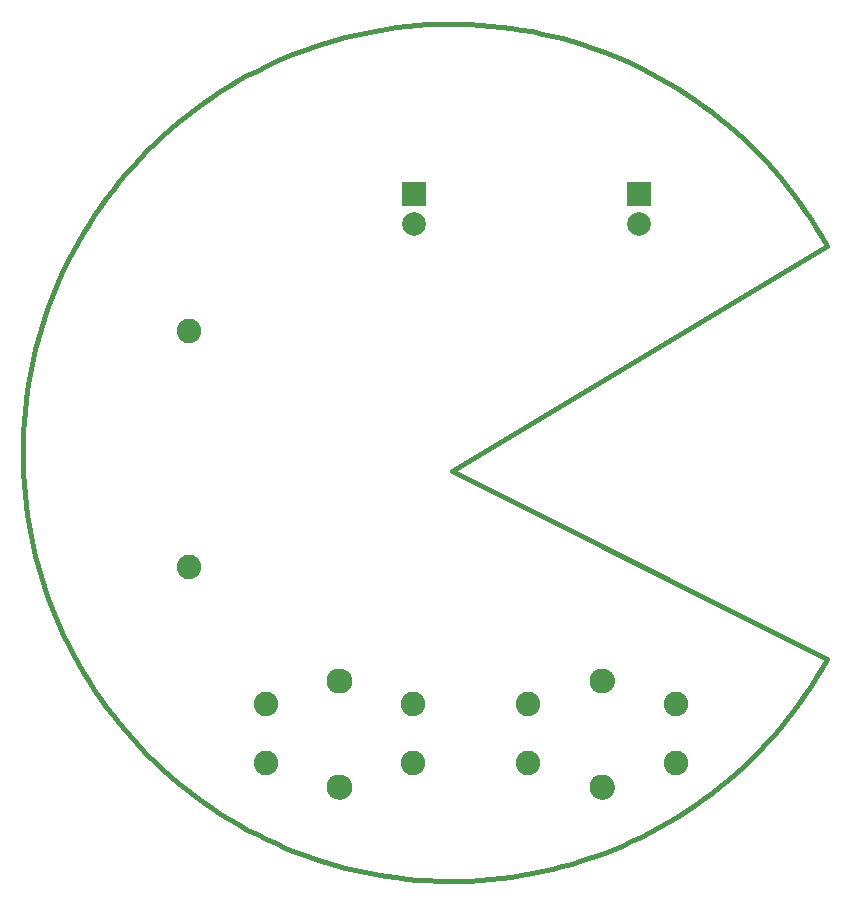
<source format=gbs>
G75*
%MOIN*%
%OFA0B0*%
%FSLAX25Y25*%
%IPPOS*%
%LPD*%
%AMOC8*
5,1,8,0,0,1.08239X$1,22.5*
%
%ADD10C,0.01600*%
%ADD11C,0.08177*%
%ADD12R,0.07900X0.07900*%
%ADD13C,0.07900*%
%ADD14C,0.00000*%
%ADD15C,0.08374*%
D10*
X0145442Y0138419D02*
X0270442Y0075919D01*
X0270442Y0213419D02*
X0145442Y0138419D01*
X0270442Y0075919D02*
X0268724Y0072879D01*
X0266933Y0069882D01*
X0265069Y0066929D01*
X0263133Y0064023D01*
X0261127Y0061165D01*
X0259052Y0058357D01*
X0256909Y0055601D01*
X0254699Y0052898D01*
X0252423Y0050249D01*
X0250084Y0047657D01*
X0247682Y0045123D01*
X0245219Y0042648D01*
X0242696Y0040234D01*
X0240114Y0037883D01*
X0237476Y0035596D01*
X0234783Y0033373D01*
X0232037Y0031217D01*
X0229238Y0029129D01*
X0226389Y0027110D01*
X0223492Y0025161D01*
X0220548Y0023283D01*
X0217559Y0021478D01*
X0214527Y0019747D01*
X0211454Y0018090D01*
X0208341Y0016509D01*
X0205190Y0015004D01*
X0202003Y0013577D01*
X0198783Y0012228D01*
X0195530Y0010958D01*
X0192247Y0009768D01*
X0188937Y0008659D01*
X0185600Y0007630D01*
X0182239Y0006684D01*
X0178856Y0005820D01*
X0175452Y0005039D01*
X0172031Y0004342D01*
X0168594Y0003728D01*
X0165142Y0003198D01*
X0161679Y0002753D01*
X0158206Y0002393D01*
X0154725Y0002118D01*
X0151239Y0001928D01*
X0147749Y0001823D01*
X0144257Y0001803D01*
X0140766Y0001869D01*
X0137278Y0002020D01*
X0133794Y0002256D01*
X0130317Y0002578D01*
X0126849Y0002984D01*
X0123392Y0003475D01*
X0119948Y0004050D01*
X0116519Y0004709D01*
X0113108Y0005452D01*
X0109715Y0006277D01*
X0106344Y0007186D01*
X0102995Y0008177D01*
X0099672Y0009249D01*
X0096377Y0010402D01*
X0093110Y0011635D01*
X0089874Y0012948D01*
X0086672Y0014339D01*
X0083504Y0015809D01*
X0080374Y0017355D01*
X0077282Y0018977D01*
X0074230Y0020675D01*
X0071222Y0022446D01*
X0068257Y0024291D01*
X0065338Y0026207D01*
X0062467Y0028194D01*
X0059645Y0030251D01*
X0056875Y0032376D01*
X0054157Y0034568D01*
X0051493Y0036826D01*
X0048886Y0039148D01*
X0046336Y0041533D01*
X0043845Y0043980D01*
X0041415Y0046487D01*
X0039046Y0049053D01*
X0036741Y0051675D01*
X0034501Y0054354D01*
X0032327Y0057086D01*
X0030220Y0059871D01*
X0028182Y0062706D01*
X0026214Y0065590D01*
X0024317Y0068522D01*
X0022493Y0071498D01*
X0020741Y0074519D01*
X0019064Y0077582D01*
X0017462Y0080684D01*
X0015937Y0083825D01*
X0014488Y0087002D01*
X0013118Y0090214D01*
X0011827Y0093458D01*
X0010615Y0096733D01*
X0009484Y0100036D01*
X0008434Y0103366D01*
X0007465Y0106721D01*
X0006579Y0110098D01*
X0005775Y0113496D01*
X0005055Y0116912D01*
X0004419Y0120346D01*
X0003866Y0123793D01*
X0003398Y0127254D01*
X0003015Y0130724D01*
X0002717Y0134203D01*
X0002504Y0137688D01*
X0002376Y0141178D01*
X0002333Y0144669D01*
X0002376Y0148160D01*
X0002504Y0151650D01*
X0002717Y0155135D01*
X0003015Y0158614D01*
X0003398Y0162084D01*
X0003866Y0165545D01*
X0004419Y0168992D01*
X0005055Y0172426D01*
X0005775Y0175842D01*
X0006579Y0179240D01*
X0007465Y0182617D01*
X0008434Y0185972D01*
X0009484Y0189302D01*
X0010615Y0192605D01*
X0011827Y0195880D01*
X0013118Y0199124D01*
X0014488Y0202336D01*
X0015937Y0205513D01*
X0017462Y0208654D01*
X0019064Y0211756D01*
X0020741Y0214819D01*
X0022493Y0217840D01*
X0024317Y0220816D01*
X0026214Y0223748D01*
X0028182Y0226632D01*
X0030220Y0229467D01*
X0032327Y0232252D01*
X0034501Y0234984D01*
X0036741Y0237663D01*
X0039046Y0240285D01*
X0041415Y0242851D01*
X0043845Y0245358D01*
X0046336Y0247805D01*
X0048886Y0250190D01*
X0051493Y0252512D01*
X0054157Y0254770D01*
X0056875Y0256962D01*
X0059645Y0259087D01*
X0062467Y0261144D01*
X0065338Y0263131D01*
X0068257Y0265047D01*
X0071222Y0266892D01*
X0074230Y0268663D01*
X0077282Y0270361D01*
X0080374Y0271983D01*
X0083504Y0273529D01*
X0086672Y0274999D01*
X0089874Y0276390D01*
X0093110Y0277703D01*
X0096377Y0278936D01*
X0099672Y0280089D01*
X0102995Y0281161D01*
X0106344Y0282152D01*
X0109715Y0283061D01*
X0113108Y0283886D01*
X0116519Y0284629D01*
X0119948Y0285288D01*
X0123392Y0285863D01*
X0126849Y0286354D01*
X0130317Y0286760D01*
X0133794Y0287082D01*
X0137278Y0287318D01*
X0140766Y0287469D01*
X0144257Y0287535D01*
X0147749Y0287515D01*
X0151239Y0287410D01*
X0154725Y0287220D01*
X0158206Y0286945D01*
X0161679Y0286585D01*
X0165142Y0286140D01*
X0168594Y0285610D01*
X0172031Y0284996D01*
X0175452Y0284299D01*
X0178856Y0283518D01*
X0182239Y0282654D01*
X0185600Y0281708D01*
X0188937Y0280679D01*
X0192247Y0279570D01*
X0195530Y0278380D01*
X0198783Y0277110D01*
X0202003Y0275761D01*
X0205190Y0274334D01*
X0208341Y0272829D01*
X0211454Y0271248D01*
X0214527Y0269591D01*
X0217559Y0267860D01*
X0220548Y0266055D01*
X0223492Y0264177D01*
X0226389Y0262228D01*
X0229238Y0260209D01*
X0232037Y0258121D01*
X0234783Y0255965D01*
X0237476Y0253742D01*
X0240114Y0251455D01*
X0242696Y0249104D01*
X0245219Y0246690D01*
X0247682Y0244215D01*
X0250084Y0241681D01*
X0252423Y0239089D01*
X0254699Y0236440D01*
X0256909Y0233737D01*
X0259052Y0230981D01*
X0261127Y0228173D01*
X0263133Y0225315D01*
X0265069Y0222409D01*
X0266933Y0219456D01*
X0268724Y0216459D01*
X0270442Y0213419D01*
D11*
X0083336Y0041077D03*
X0083336Y0060762D03*
X0057942Y0106333D03*
X0057942Y0185073D03*
X0132548Y0060762D03*
X0132548Y0041077D03*
X0170836Y0041077D03*
X0170836Y0060762D03*
X0220048Y0060762D03*
X0220048Y0041077D03*
D12*
X0207942Y0230919D03*
X0132942Y0230919D03*
D13*
X0132942Y0220919D03*
X0207942Y0220919D03*
D14*
X0191505Y0068636D02*
X0191507Y0068761D01*
X0191513Y0068886D01*
X0191523Y0069010D01*
X0191537Y0069134D01*
X0191554Y0069258D01*
X0191576Y0069381D01*
X0191602Y0069503D01*
X0191631Y0069625D01*
X0191664Y0069745D01*
X0191702Y0069864D01*
X0191742Y0069983D01*
X0191787Y0070099D01*
X0191835Y0070214D01*
X0191887Y0070328D01*
X0191943Y0070440D01*
X0192002Y0070550D01*
X0192064Y0070658D01*
X0192130Y0070765D01*
X0192199Y0070869D01*
X0192272Y0070970D01*
X0192347Y0071070D01*
X0192426Y0071167D01*
X0192508Y0071261D01*
X0192593Y0071353D01*
X0192680Y0071442D01*
X0192771Y0071528D01*
X0192864Y0071611D01*
X0192960Y0071692D01*
X0193058Y0071769D01*
X0193158Y0071843D01*
X0193261Y0071914D01*
X0193366Y0071981D01*
X0193474Y0072046D01*
X0193583Y0072106D01*
X0193694Y0072164D01*
X0193807Y0072217D01*
X0193921Y0072267D01*
X0194037Y0072314D01*
X0194154Y0072356D01*
X0194273Y0072395D01*
X0194393Y0072431D01*
X0194514Y0072462D01*
X0194636Y0072490D01*
X0194758Y0072513D01*
X0194882Y0072533D01*
X0195006Y0072549D01*
X0195130Y0072561D01*
X0195255Y0072569D01*
X0195380Y0072573D01*
X0195504Y0072573D01*
X0195629Y0072569D01*
X0195754Y0072561D01*
X0195878Y0072549D01*
X0196002Y0072533D01*
X0196126Y0072513D01*
X0196248Y0072490D01*
X0196370Y0072462D01*
X0196491Y0072431D01*
X0196611Y0072395D01*
X0196730Y0072356D01*
X0196847Y0072314D01*
X0196963Y0072267D01*
X0197077Y0072217D01*
X0197190Y0072164D01*
X0197301Y0072106D01*
X0197411Y0072046D01*
X0197518Y0071981D01*
X0197623Y0071914D01*
X0197726Y0071843D01*
X0197826Y0071769D01*
X0197924Y0071692D01*
X0198020Y0071611D01*
X0198113Y0071528D01*
X0198204Y0071442D01*
X0198291Y0071353D01*
X0198376Y0071261D01*
X0198458Y0071167D01*
X0198537Y0071070D01*
X0198612Y0070970D01*
X0198685Y0070869D01*
X0198754Y0070765D01*
X0198820Y0070658D01*
X0198882Y0070550D01*
X0198941Y0070440D01*
X0198997Y0070328D01*
X0199049Y0070214D01*
X0199097Y0070099D01*
X0199142Y0069983D01*
X0199182Y0069864D01*
X0199220Y0069745D01*
X0199253Y0069625D01*
X0199282Y0069503D01*
X0199308Y0069381D01*
X0199330Y0069258D01*
X0199347Y0069134D01*
X0199361Y0069010D01*
X0199371Y0068886D01*
X0199377Y0068761D01*
X0199379Y0068636D01*
X0199377Y0068511D01*
X0199371Y0068386D01*
X0199361Y0068262D01*
X0199347Y0068138D01*
X0199330Y0068014D01*
X0199308Y0067891D01*
X0199282Y0067769D01*
X0199253Y0067647D01*
X0199220Y0067527D01*
X0199182Y0067408D01*
X0199142Y0067289D01*
X0199097Y0067173D01*
X0199049Y0067058D01*
X0198997Y0066944D01*
X0198941Y0066832D01*
X0198882Y0066722D01*
X0198820Y0066614D01*
X0198754Y0066507D01*
X0198685Y0066403D01*
X0198612Y0066302D01*
X0198537Y0066202D01*
X0198458Y0066105D01*
X0198376Y0066011D01*
X0198291Y0065919D01*
X0198204Y0065830D01*
X0198113Y0065744D01*
X0198020Y0065661D01*
X0197924Y0065580D01*
X0197826Y0065503D01*
X0197726Y0065429D01*
X0197623Y0065358D01*
X0197518Y0065291D01*
X0197410Y0065226D01*
X0197301Y0065166D01*
X0197190Y0065108D01*
X0197077Y0065055D01*
X0196963Y0065005D01*
X0196847Y0064958D01*
X0196730Y0064916D01*
X0196611Y0064877D01*
X0196491Y0064841D01*
X0196370Y0064810D01*
X0196248Y0064782D01*
X0196126Y0064759D01*
X0196002Y0064739D01*
X0195878Y0064723D01*
X0195754Y0064711D01*
X0195629Y0064703D01*
X0195504Y0064699D01*
X0195380Y0064699D01*
X0195255Y0064703D01*
X0195130Y0064711D01*
X0195006Y0064723D01*
X0194882Y0064739D01*
X0194758Y0064759D01*
X0194636Y0064782D01*
X0194514Y0064810D01*
X0194393Y0064841D01*
X0194273Y0064877D01*
X0194154Y0064916D01*
X0194037Y0064958D01*
X0193921Y0065005D01*
X0193807Y0065055D01*
X0193694Y0065108D01*
X0193583Y0065166D01*
X0193473Y0065226D01*
X0193366Y0065291D01*
X0193261Y0065358D01*
X0193158Y0065429D01*
X0193058Y0065503D01*
X0192960Y0065580D01*
X0192864Y0065661D01*
X0192771Y0065744D01*
X0192680Y0065830D01*
X0192593Y0065919D01*
X0192508Y0066011D01*
X0192426Y0066105D01*
X0192347Y0066202D01*
X0192272Y0066302D01*
X0192199Y0066403D01*
X0192130Y0066507D01*
X0192064Y0066614D01*
X0192002Y0066722D01*
X0191943Y0066832D01*
X0191887Y0066944D01*
X0191835Y0067058D01*
X0191787Y0067173D01*
X0191742Y0067289D01*
X0191702Y0067408D01*
X0191664Y0067527D01*
X0191631Y0067647D01*
X0191602Y0067769D01*
X0191576Y0067891D01*
X0191554Y0068014D01*
X0191537Y0068138D01*
X0191523Y0068262D01*
X0191513Y0068386D01*
X0191507Y0068511D01*
X0191505Y0068636D01*
X0191505Y0033203D02*
X0191507Y0033328D01*
X0191513Y0033453D01*
X0191523Y0033577D01*
X0191537Y0033701D01*
X0191554Y0033825D01*
X0191576Y0033948D01*
X0191602Y0034070D01*
X0191631Y0034192D01*
X0191664Y0034312D01*
X0191702Y0034431D01*
X0191742Y0034550D01*
X0191787Y0034666D01*
X0191835Y0034781D01*
X0191887Y0034895D01*
X0191943Y0035007D01*
X0192002Y0035117D01*
X0192064Y0035225D01*
X0192130Y0035332D01*
X0192199Y0035436D01*
X0192272Y0035537D01*
X0192347Y0035637D01*
X0192426Y0035734D01*
X0192508Y0035828D01*
X0192593Y0035920D01*
X0192680Y0036009D01*
X0192771Y0036095D01*
X0192864Y0036178D01*
X0192960Y0036259D01*
X0193058Y0036336D01*
X0193158Y0036410D01*
X0193261Y0036481D01*
X0193366Y0036548D01*
X0193474Y0036613D01*
X0193583Y0036673D01*
X0193694Y0036731D01*
X0193807Y0036784D01*
X0193921Y0036834D01*
X0194037Y0036881D01*
X0194154Y0036923D01*
X0194273Y0036962D01*
X0194393Y0036998D01*
X0194514Y0037029D01*
X0194636Y0037057D01*
X0194758Y0037080D01*
X0194882Y0037100D01*
X0195006Y0037116D01*
X0195130Y0037128D01*
X0195255Y0037136D01*
X0195380Y0037140D01*
X0195504Y0037140D01*
X0195629Y0037136D01*
X0195754Y0037128D01*
X0195878Y0037116D01*
X0196002Y0037100D01*
X0196126Y0037080D01*
X0196248Y0037057D01*
X0196370Y0037029D01*
X0196491Y0036998D01*
X0196611Y0036962D01*
X0196730Y0036923D01*
X0196847Y0036881D01*
X0196963Y0036834D01*
X0197077Y0036784D01*
X0197190Y0036731D01*
X0197301Y0036673D01*
X0197411Y0036613D01*
X0197518Y0036548D01*
X0197623Y0036481D01*
X0197726Y0036410D01*
X0197826Y0036336D01*
X0197924Y0036259D01*
X0198020Y0036178D01*
X0198113Y0036095D01*
X0198204Y0036009D01*
X0198291Y0035920D01*
X0198376Y0035828D01*
X0198458Y0035734D01*
X0198537Y0035637D01*
X0198612Y0035537D01*
X0198685Y0035436D01*
X0198754Y0035332D01*
X0198820Y0035225D01*
X0198882Y0035117D01*
X0198941Y0035007D01*
X0198997Y0034895D01*
X0199049Y0034781D01*
X0199097Y0034666D01*
X0199142Y0034550D01*
X0199182Y0034431D01*
X0199220Y0034312D01*
X0199253Y0034192D01*
X0199282Y0034070D01*
X0199308Y0033948D01*
X0199330Y0033825D01*
X0199347Y0033701D01*
X0199361Y0033577D01*
X0199371Y0033453D01*
X0199377Y0033328D01*
X0199379Y0033203D01*
X0199377Y0033078D01*
X0199371Y0032953D01*
X0199361Y0032829D01*
X0199347Y0032705D01*
X0199330Y0032581D01*
X0199308Y0032458D01*
X0199282Y0032336D01*
X0199253Y0032214D01*
X0199220Y0032094D01*
X0199182Y0031975D01*
X0199142Y0031856D01*
X0199097Y0031740D01*
X0199049Y0031625D01*
X0198997Y0031511D01*
X0198941Y0031399D01*
X0198882Y0031289D01*
X0198820Y0031181D01*
X0198754Y0031074D01*
X0198685Y0030970D01*
X0198612Y0030869D01*
X0198537Y0030769D01*
X0198458Y0030672D01*
X0198376Y0030578D01*
X0198291Y0030486D01*
X0198204Y0030397D01*
X0198113Y0030311D01*
X0198020Y0030228D01*
X0197924Y0030147D01*
X0197826Y0030070D01*
X0197726Y0029996D01*
X0197623Y0029925D01*
X0197518Y0029858D01*
X0197410Y0029793D01*
X0197301Y0029733D01*
X0197190Y0029675D01*
X0197077Y0029622D01*
X0196963Y0029572D01*
X0196847Y0029525D01*
X0196730Y0029483D01*
X0196611Y0029444D01*
X0196491Y0029408D01*
X0196370Y0029377D01*
X0196248Y0029349D01*
X0196126Y0029326D01*
X0196002Y0029306D01*
X0195878Y0029290D01*
X0195754Y0029278D01*
X0195629Y0029270D01*
X0195504Y0029266D01*
X0195380Y0029266D01*
X0195255Y0029270D01*
X0195130Y0029278D01*
X0195006Y0029290D01*
X0194882Y0029306D01*
X0194758Y0029326D01*
X0194636Y0029349D01*
X0194514Y0029377D01*
X0194393Y0029408D01*
X0194273Y0029444D01*
X0194154Y0029483D01*
X0194037Y0029525D01*
X0193921Y0029572D01*
X0193807Y0029622D01*
X0193694Y0029675D01*
X0193583Y0029733D01*
X0193473Y0029793D01*
X0193366Y0029858D01*
X0193261Y0029925D01*
X0193158Y0029996D01*
X0193058Y0030070D01*
X0192960Y0030147D01*
X0192864Y0030228D01*
X0192771Y0030311D01*
X0192680Y0030397D01*
X0192593Y0030486D01*
X0192508Y0030578D01*
X0192426Y0030672D01*
X0192347Y0030769D01*
X0192272Y0030869D01*
X0192199Y0030970D01*
X0192130Y0031074D01*
X0192064Y0031181D01*
X0192002Y0031289D01*
X0191943Y0031399D01*
X0191887Y0031511D01*
X0191835Y0031625D01*
X0191787Y0031740D01*
X0191742Y0031856D01*
X0191702Y0031975D01*
X0191664Y0032094D01*
X0191631Y0032214D01*
X0191602Y0032336D01*
X0191576Y0032458D01*
X0191554Y0032581D01*
X0191537Y0032705D01*
X0191523Y0032829D01*
X0191513Y0032953D01*
X0191507Y0033078D01*
X0191505Y0033203D01*
X0104005Y0033203D02*
X0104007Y0033328D01*
X0104013Y0033453D01*
X0104023Y0033577D01*
X0104037Y0033701D01*
X0104054Y0033825D01*
X0104076Y0033948D01*
X0104102Y0034070D01*
X0104131Y0034192D01*
X0104164Y0034312D01*
X0104202Y0034431D01*
X0104242Y0034550D01*
X0104287Y0034666D01*
X0104335Y0034781D01*
X0104387Y0034895D01*
X0104443Y0035007D01*
X0104502Y0035117D01*
X0104564Y0035225D01*
X0104630Y0035332D01*
X0104699Y0035436D01*
X0104772Y0035537D01*
X0104847Y0035637D01*
X0104926Y0035734D01*
X0105008Y0035828D01*
X0105093Y0035920D01*
X0105180Y0036009D01*
X0105271Y0036095D01*
X0105364Y0036178D01*
X0105460Y0036259D01*
X0105558Y0036336D01*
X0105658Y0036410D01*
X0105761Y0036481D01*
X0105866Y0036548D01*
X0105974Y0036613D01*
X0106083Y0036673D01*
X0106194Y0036731D01*
X0106307Y0036784D01*
X0106421Y0036834D01*
X0106537Y0036881D01*
X0106654Y0036923D01*
X0106773Y0036962D01*
X0106893Y0036998D01*
X0107014Y0037029D01*
X0107136Y0037057D01*
X0107258Y0037080D01*
X0107382Y0037100D01*
X0107506Y0037116D01*
X0107630Y0037128D01*
X0107755Y0037136D01*
X0107880Y0037140D01*
X0108004Y0037140D01*
X0108129Y0037136D01*
X0108254Y0037128D01*
X0108378Y0037116D01*
X0108502Y0037100D01*
X0108626Y0037080D01*
X0108748Y0037057D01*
X0108870Y0037029D01*
X0108991Y0036998D01*
X0109111Y0036962D01*
X0109230Y0036923D01*
X0109347Y0036881D01*
X0109463Y0036834D01*
X0109577Y0036784D01*
X0109690Y0036731D01*
X0109801Y0036673D01*
X0109911Y0036613D01*
X0110018Y0036548D01*
X0110123Y0036481D01*
X0110226Y0036410D01*
X0110326Y0036336D01*
X0110424Y0036259D01*
X0110520Y0036178D01*
X0110613Y0036095D01*
X0110704Y0036009D01*
X0110791Y0035920D01*
X0110876Y0035828D01*
X0110958Y0035734D01*
X0111037Y0035637D01*
X0111112Y0035537D01*
X0111185Y0035436D01*
X0111254Y0035332D01*
X0111320Y0035225D01*
X0111382Y0035117D01*
X0111441Y0035007D01*
X0111497Y0034895D01*
X0111549Y0034781D01*
X0111597Y0034666D01*
X0111642Y0034550D01*
X0111682Y0034431D01*
X0111720Y0034312D01*
X0111753Y0034192D01*
X0111782Y0034070D01*
X0111808Y0033948D01*
X0111830Y0033825D01*
X0111847Y0033701D01*
X0111861Y0033577D01*
X0111871Y0033453D01*
X0111877Y0033328D01*
X0111879Y0033203D01*
X0111877Y0033078D01*
X0111871Y0032953D01*
X0111861Y0032829D01*
X0111847Y0032705D01*
X0111830Y0032581D01*
X0111808Y0032458D01*
X0111782Y0032336D01*
X0111753Y0032214D01*
X0111720Y0032094D01*
X0111682Y0031975D01*
X0111642Y0031856D01*
X0111597Y0031740D01*
X0111549Y0031625D01*
X0111497Y0031511D01*
X0111441Y0031399D01*
X0111382Y0031289D01*
X0111320Y0031181D01*
X0111254Y0031074D01*
X0111185Y0030970D01*
X0111112Y0030869D01*
X0111037Y0030769D01*
X0110958Y0030672D01*
X0110876Y0030578D01*
X0110791Y0030486D01*
X0110704Y0030397D01*
X0110613Y0030311D01*
X0110520Y0030228D01*
X0110424Y0030147D01*
X0110326Y0030070D01*
X0110226Y0029996D01*
X0110123Y0029925D01*
X0110018Y0029858D01*
X0109910Y0029793D01*
X0109801Y0029733D01*
X0109690Y0029675D01*
X0109577Y0029622D01*
X0109463Y0029572D01*
X0109347Y0029525D01*
X0109230Y0029483D01*
X0109111Y0029444D01*
X0108991Y0029408D01*
X0108870Y0029377D01*
X0108748Y0029349D01*
X0108626Y0029326D01*
X0108502Y0029306D01*
X0108378Y0029290D01*
X0108254Y0029278D01*
X0108129Y0029270D01*
X0108004Y0029266D01*
X0107880Y0029266D01*
X0107755Y0029270D01*
X0107630Y0029278D01*
X0107506Y0029290D01*
X0107382Y0029306D01*
X0107258Y0029326D01*
X0107136Y0029349D01*
X0107014Y0029377D01*
X0106893Y0029408D01*
X0106773Y0029444D01*
X0106654Y0029483D01*
X0106537Y0029525D01*
X0106421Y0029572D01*
X0106307Y0029622D01*
X0106194Y0029675D01*
X0106083Y0029733D01*
X0105973Y0029793D01*
X0105866Y0029858D01*
X0105761Y0029925D01*
X0105658Y0029996D01*
X0105558Y0030070D01*
X0105460Y0030147D01*
X0105364Y0030228D01*
X0105271Y0030311D01*
X0105180Y0030397D01*
X0105093Y0030486D01*
X0105008Y0030578D01*
X0104926Y0030672D01*
X0104847Y0030769D01*
X0104772Y0030869D01*
X0104699Y0030970D01*
X0104630Y0031074D01*
X0104564Y0031181D01*
X0104502Y0031289D01*
X0104443Y0031399D01*
X0104387Y0031511D01*
X0104335Y0031625D01*
X0104287Y0031740D01*
X0104242Y0031856D01*
X0104202Y0031975D01*
X0104164Y0032094D01*
X0104131Y0032214D01*
X0104102Y0032336D01*
X0104076Y0032458D01*
X0104054Y0032581D01*
X0104037Y0032705D01*
X0104023Y0032829D01*
X0104013Y0032953D01*
X0104007Y0033078D01*
X0104005Y0033203D01*
X0104005Y0068636D02*
X0104007Y0068761D01*
X0104013Y0068886D01*
X0104023Y0069010D01*
X0104037Y0069134D01*
X0104054Y0069258D01*
X0104076Y0069381D01*
X0104102Y0069503D01*
X0104131Y0069625D01*
X0104164Y0069745D01*
X0104202Y0069864D01*
X0104242Y0069983D01*
X0104287Y0070099D01*
X0104335Y0070214D01*
X0104387Y0070328D01*
X0104443Y0070440D01*
X0104502Y0070550D01*
X0104564Y0070658D01*
X0104630Y0070765D01*
X0104699Y0070869D01*
X0104772Y0070970D01*
X0104847Y0071070D01*
X0104926Y0071167D01*
X0105008Y0071261D01*
X0105093Y0071353D01*
X0105180Y0071442D01*
X0105271Y0071528D01*
X0105364Y0071611D01*
X0105460Y0071692D01*
X0105558Y0071769D01*
X0105658Y0071843D01*
X0105761Y0071914D01*
X0105866Y0071981D01*
X0105974Y0072046D01*
X0106083Y0072106D01*
X0106194Y0072164D01*
X0106307Y0072217D01*
X0106421Y0072267D01*
X0106537Y0072314D01*
X0106654Y0072356D01*
X0106773Y0072395D01*
X0106893Y0072431D01*
X0107014Y0072462D01*
X0107136Y0072490D01*
X0107258Y0072513D01*
X0107382Y0072533D01*
X0107506Y0072549D01*
X0107630Y0072561D01*
X0107755Y0072569D01*
X0107880Y0072573D01*
X0108004Y0072573D01*
X0108129Y0072569D01*
X0108254Y0072561D01*
X0108378Y0072549D01*
X0108502Y0072533D01*
X0108626Y0072513D01*
X0108748Y0072490D01*
X0108870Y0072462D01*
X0108991Y0072431D01*
X0109111Y0072395D01*
X0109230Y0072356D01*
X0109347Y0072314D01*
X0109463Y0072267D01*
X0109577Y0072217D01*
X0109690Y0072164D01*
X0109801Y0072106D01*
X0109911Y0072046D01*
X0110018Y0071981D01*
X0110123Y0071914D01*
X0110226Y0071843D01*
X0110326Y0071769D01*
X0110424Y0071692D01*
X0110520Y0071611D01*
X0110613Y0071528D01*
X0110704Y0071442D01*
X0110791Y0071353D01*
X0110876Y0071261D01*
X0110958Y0071167D01*
X0111037Y0071070D01*
X0111112Y0070970D01*
X0111185Y0070869D01*
X0111254Y0070765D01*
X0111320Y0070658D01*
X0111382Y0070550D01*
X0111441Y0070440D01*
X0111497Y0070328D01*
X0111549Y0070214D01*
X0111597Y0070099D01*
X0111642Y0069983D01*
X0111682Y0069864D01*
X0111720Y0069745D01*
X0111753Y0069625D01*
X0111782Y0069503D01*
X0111808Y0069381D01*
X0111830Y0069258D01*
X0111847Y0069134D01*
X0111861Y0069010D01*
X0111871Y0068886D01*
X0111877Y0068761D01*
X0111879Y0068636D01*
X0111877Y0068511D01*
X0111871Y0068386D01*
X0111861Y0068262D01*
X0111847Y0068138D01*
X0111830Y0068014D01*
X0111808Y0067891D01*
X0111782Y0067769D01*
X0111753Y0067647D01*
X0111720Y0067527D01*
X0111682Y0067408D01*
X0111642Y0067289D01*
X0111597Y0067173D01*
X0111549Y0067058D01*
X0111497Y0066944D01*
X0111441Y0066832D01*
X0111382Y0066722D01*
X0111320Y0066614D01*
X0111254Y0066507D01*
X0111185Y0066403D01*
X0111112Y0066302D01*
X0111037Y0066202D01*
X0110958Y0066105D01*
X0110876Y0066011D01*
X0110791Y0065919D01*
X0110704Y0065830D01*
X0110613Y0065744D01*
X0110520Y0065661D01*
X0110424Y0065580D01*
X0110326Y0065503D01*
X0110226Y0065429D01*
X0110123Y0065358D01*
X0110018Y0065291D01*
X0109910Y0065226D01*
X0109801Y0065166D01*
X0109690Y0065108D01*
X0109577Y0065055D01*
X0109463Y0065005D01*
X0109347Y0064958D01*
X0109230Y0064916D01*
X0109111Y0064877D01*
X0108991Y0064841D01*
X0108870Y0064810D01*
X0108748Y0064782D01*
X0108626Y0064759D01*
X0108502Y0064739D01*
X0108378Y0064723D01*
X0108254Y0064711D01*
X0108129Y0064703D01*
X0108004Y0064699D01*
X0107880Y0064699D01*
X0107755Y0064703D01*
X0107630Y0064711D01*
X0107506Y0064723D01*
X0107382Y0064739D01*
X0107258Y0064759D01*
X0107136Y0064782D01*
X0107014Y0064810D01*
X0106893Y0064841D01*
X0106773Y0064877D01*
X0106654Y0064916D01*
X0106537Y0064958D01*
X0106421Y0065005D01*
X0106307Y0065055D01*
X0106194Y0065108D01*
X0106083Y0065166D01*
X0105973Y0065226D01*
X0105866Y0065291D01*
X0105761Y0065358D01*
X0105658Y0065429D01*
X0105558Y0065503D01*
X0105460Y0065580D01*
X0105364Y0065661D01*
X0105271Y0065744D01*
X0105180Y0065830D01*
X0105093Y0065919D01*
X0105008Y0066011D01*
X0104926Y0066105D01*
X0104847Y0066202D01*
X0104772Y0066302D01*
X0104699Y0066403D01*
X0104630Y0066507D01*
X0104564Y0066614D01*
X0104502Y0066722D01*
X0104443Y0066832D01*
X0104387Y0066944D01*
X0104335Y0067058D01*
X0104287Y0067173D01*
X0104242Y0067289D01*
X0104202Y0067408D01*
X0104164Y0067527D01*
X0104131Y0067647D01*
X0104102Y0067769D01*
X0104076Y0067891D01*
X0104054Y0068014D01*
X0104037Y0068138D01*
X0104023Y0068262D01*
X0104013Y0068386D01*
X0104007Y0068511D01*
X0104005Y0068636D01*
D15*
X0107942Y0068636D03*
X0107942Y0033203D03*
X0195442Y0033203D03*
X0195442Y0068636D03*
M02*

</source>
